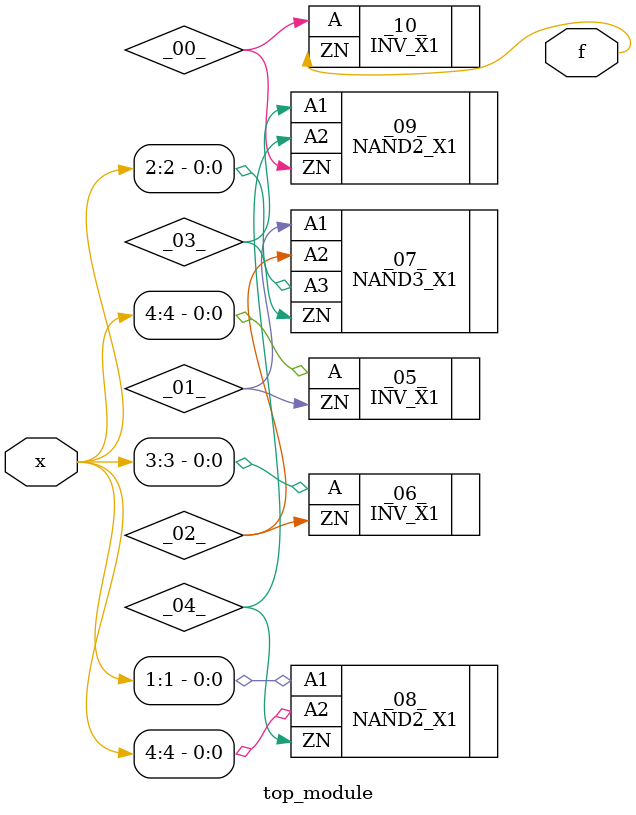
<source format=v>
/* Generated by Yosys 0.38+92 (git sha1 84116c9a3, x86_64-conda-linux-gnu-cc 11.2.0 -fvisibility-inlines-hidden -fmessage-length=0 -march=nocona -mtune=haswell -ftree-vectorize -fPIC -fstack-protector-strong -fno-plt -O2 -ffunction-sections -fdebug-prefix-map=/root/conda-eda/conda-eda/workdir/conda-env/conda-bld/yosys_1708682838165/work=/usr/local/src/conda/yosys-0.38_93_g84116c9a3 -fdebug-prefix-map=/mnt/shared-scratch/Rajendran_J/matthewdelorenzo/miniconda3/envs/rltf=/usr/local/src/conda-prefix -fPIC -Os -fno-merge-constants) */

module top_module(x, f);
  wire _00_;
  wire _01_;
  wire _02_;
  wire _03_;
  wire _04_;
  output f;
  wire f;
  input [4:1] x;
  wire [4:1] x;
  INV_X1 _05_ (
    .A(x[4]),
    .ZN(_01_)
  );
  INV_X1 _06_ (
    .A(x[3]),
    .ZN(_02_)
  );
  NAND3_X1 _07_ (
    .A1(_01_),
    .A2(_02_),
    .A3(x[2]),
    .ZN(_03_)
  );
  NAND2_X1 _08_ (
    .A1(x[1]),
    .A2(x[4]),
    .ZN(_04_)
  );
  NAND2_X1 _09_ (
    .A1(_03_),
    .A2(_04_),
    .ZN(_00_)
  );
  INV_X1 _10_ (
    .A(_00_),
    .ZN(f)
  );
endmodule

</source>
